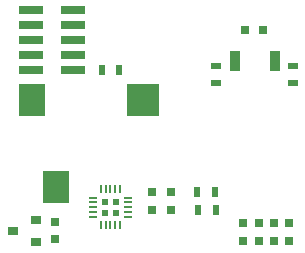
<source format=gbp>
G04 #@! TF.FileFunction,Paste,Bot*
%FSLAX46Y46*%
G04 Gerber Fmt 4.6, Leading zero omitted, Abs format (unit mm)*
G04 Created by KiCad (PCBNEW 4.0.7-e0-6372~58~ubuntu16.10.1) date Fri Aug 10 15:11:26 2018*
%MOMM*%
%LPD*%
G01*
G04 APERTURE LIST*
%ADD10C,0.100000*%
%ADD11R,0.500000X0.900000*%
%ADD12R,0.750000X0.800000*%
%ADD13R,0.900000X0.500000*%
%ADD14R,0.800000X0.800000*%
%ADD15O,0.750000X0.200000*%
%ADD16O,0.200000X0.750000*%
%ADD17R,0.555000X0.555000*%
%ADD18R,0.900000X0.800000*%
%ADD19R,2.200000X2.800000*%
%ADD20R,2.800000X2.800000*%
%ADD21R,0.900000X1.700000*%
%ADD22R,2.100000X0.750000*%
G04 APERTURE END LIST*
D10*
D11*
X140500000Y-89200000D03*
X139000000Y-89200000D03*
D12*
X143300000Y-99500000D03*
X143300000Y-101000000D03*
X144900000Y-99500000D03*
X144900000Y-101000000D03*
X154900000Y-102100000D03*
X154900000Y-103600000D03*
D13*
X148700000Y-88800000D03*
X148700000Y-90300000D03*
D12*
X153600000Y-103600000D03*
X153600000Y-102100000D03*
X152300000Y-103600000D03*
X152300000Y-102100000D03*
X135059793Y-101992047D03*
X135059793Y-103492047D03*
D11*
X148650000Y-101000000D03*
X147150000Y-101000000D03*
X148610000Y-99470000D03*
X147110000Y-99470000D03*
D13*
X155200000Y-88800000D03*
X155200000Y-90300000D03*
D14*
X151100000Y-85800000D03*
X152700000Y-85800000D03*
D12*
X151000000Y-103600000D03*
X151000000Y-102100000D03*
D15*
X138237500Y-101562500D03*
X138237500Y-101162500D03*
X138237500Y-100762500D03*
X138237500Y-100362500D03*
X138237500Y-99962500D03*
D16*
X138937500Y-99262500D03*
X139337500Y-99262500D03*
X139737500Y-99262500D03*
X140137500Y-99262500D03*
X140537500Y-99262500D03*
D15*
X141237500Y-99962500D03*
X141237500Y-100362500D03*
X141237500Y-100762500D03*
X141237500Y-101162500D03*
X141237500Y-101562500D03*
D16*
X140537500Y-102262500D03*
X140137500Y-102262500D03*
X139737500Y-102262500D03*
X139337500Y-102262500D03*
X138937500Y-102262500D03*
D17*
X140200000Y-100300000D03*
X140200000Y-101225000D03*
X139275000Y-100300000D03*
X139275000Y-101225000D03*
D18*
X133459793Y-101842047D03*
X133459793Y-103742047D03*
X131459793Y-102792047D03*
D19*
X133100000Y-91700000D03*
X135100000Y-99100000D03*
D20*
X142500000Y-91700000D03*
D21*
X150300000Y-88400000D03*
X153700000Y-88400000D03*
D22*
X133000000Y-84120000D03*
X136600000Y-84120000D03*
X133000000Y-85390000D03*
X136600000Y-85390000D03*
X133000000Y-86660000D03*
X136600000Y-86660000D03*
X133000000Y-87930000D03*
X136600000Y-87930000D03*
X133000000Y-89200000D03*
X136600000Y-89200000D03*
M02*

</source>
